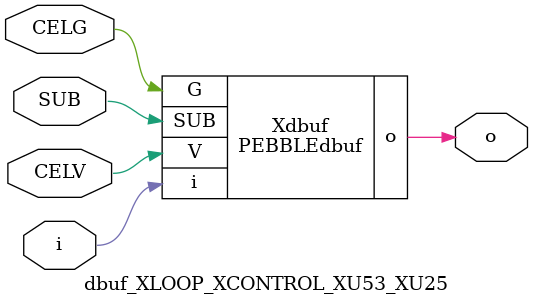
<source format=v>



module PEBBLEdbuf ( o, G, SUB, V, i );

  input V;
  input i;
  input G;
  output o;
  input SUB;
endmodule

//Celera Confidential Do Not Copy dbuf_XLOOP_XCONTROL_XU53_XU25
//Celera Confidential Symbol Generator
//Digital Buffer
module dbuf_XLOOP_XCONTROL_XU53_XU25 (CELV,CELG,i,o,SUB);
input CELV;
input CELG;
input i;
input SUB;
output o;

//Celera Confidential Do Not Copy dbuf
PEBBLEdbuf Xdbuf(
.V (CELV),
.i (i),
.o (o),
.SUB (SUB),
.G (CELG)
);
//,diesize,PEBBLEdbuf

//Celera Confidential Do Not Copy Module End
//Celera Schematic Generator
endmodule

</source>
